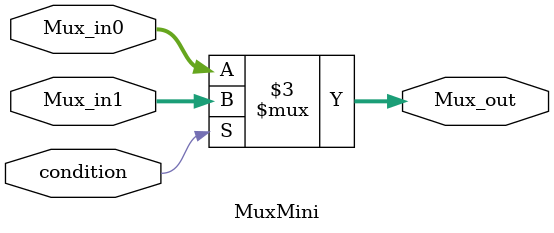
<source format=v>
`timescale 1ns/1ns

module MuxMini (
	input condition,
	input [4:0] Mux_in0,
	input [4:0] Mux_in1,
	output reg [4:0] Mux_out
);

always @*
begin
	if (condition)
		Mux_out = Mux_in1;
	else
		Mux_out = Mux_in0;
end

endmodule


</source>
